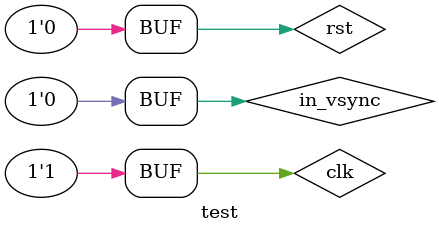
<source format=v>
`timescale 1ns / 1ps


module test;

localparam VIDEO_WIDTH = 1280;
localparam VIDEO_DATA_WIDTH = 8;
    
    reg in_active;
    reg in_hsync;
    reg in_vsync;
    reg [VIDEO_DATA_WIDTH - 1 : 0]   in_data;
    reg clk;
    reg rst;
    wire out_active;
    wire out_hsync;
    wire out_vsync;
    wire  [VIDEO_DATA_WIDTH - 1 : 0]   out_data;
//    wire [71:0] out_data1;
    reg [31 : 0]                      count;

avg_filter avg_filter_0_0(
    .in_active(in_active),
    .in_hsync(in_hsync),
    .in_vsync(in_vsync),
    .in_data(in_data),
    .clk(clk),
    .rst(rst),
    .out_active(out_active),
    .out_hsync(out_hsync),
    .out_vsync(out_vsync),
    .out_data(out_data),
//    .out_data1(out_data1)
    );
   
    initial begin
        in_active <= 1'h0;
        in_hsync <= 1'b0;
        in_data <= 8'h0;
        clk <= 1'b0;
        count <= 32'h0;
        in_vsync <= 0;
        rst <= 0;
    end
    
     parameter PERIOD = 10;
     always begin
         clk <= 1'b0;
         #(PERIOD/2); 
         clk <= 1'b1;
         #(PERIOD/2);
     end

    always@(posedge clk)
    begin
        count <= count + 1'b1;
    end
    
    always@(posedge clk)
    begin
        case(count)
            31'd100,
            31'd1480,
            31'd2860,
            31'd4240:
            begin
                in_active <= 1'h1;
                in_hsync <= 1'h1;
            end
            31'd1380,
            31'd2760,
            31'd4140,
            31'd5520:
            begin
                in_active <= 1'h0;
                in_hsync <= 1'h0;
            end
            default:
            begin
                in_active <= in_active;
                in_hsync <= in_hsync;
            end
        endcase
    end
    
    always@(posedge clk)
    begin
        in_data <= in_data + 1'b1;
    end

endmodule

</source>
